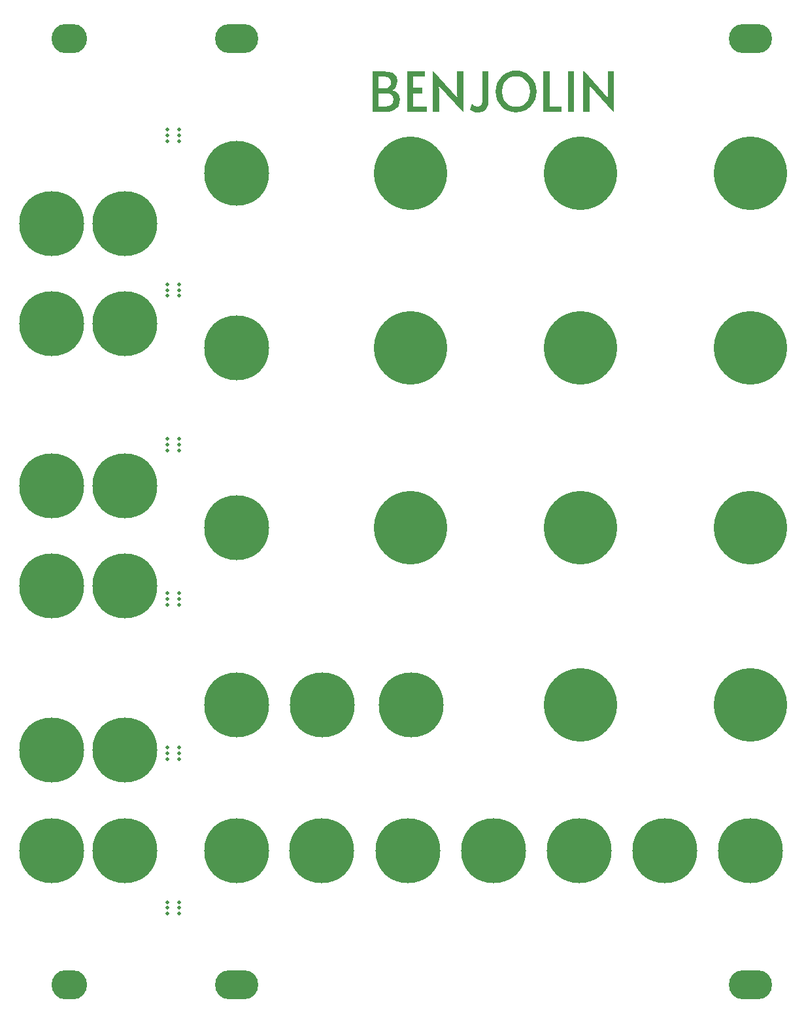
<source format=gbr>
%TF.GenerationSoftware,KiCad,Pcbnew,(6.0.7-1)-1*%
%TF.CreationDate,2022-09-24T04:55:17+07:00*%
%TF.ProjectId,benjolin_1.6_panel,62656e6a-6f6c-4696-9e5f-312e365f7061,rev?*%
%TF.SameCoordinates,Original*%
%TF.FileFunction,Soldermask,Top*%
%TF.FilePolarity,Negative*%
%FSLAX46Y46*%
G04 Gerber Fmt 4.6, Leading zero omitted, Abs format (unit mm)*
G04 Created by KiCad (PCBNEW (6.0.7-1)-1) date 2022-09-24 04:55:17*
%MOMM*%
%LPD*%
G01*
G04 APERTURE LIST*
%ADD10C,0.500000*%
%ADD11C,9.500000*%
%ADD12C,8.400000*%
%ADD13O,5.600000X3.800000*%
%ADD14O,4.600000X3.800000*%
G04 APERTURE END LIST*
%TO.C,kibuzzard-632DCB52*%
G36*
X83054225Y-38024863D02*
G01*
X82639491Y-37840316D01*
X82264444Y-37587507D01*
X81944166Y-37271991D01*
X81678656Y-36893769D01*
X81480219Y-36461969D01*
X81361156Y-35985719D01*
X81322014Y-35472163D01*
X82171575Y-35472163D01*
X82232297Y-36049914D01*
X82414462Y-36540154D01*
X82699320Y-36933060D01*
X83068116Y-37218810D01*
X83495848Y-37392939D01*
X83957512Y-37450982D01*
X84429000Y-37392939D01*
X84857625Y-37218810D01*
X85222849Y-36933060D01*
X85504134Y-36540154D01*
X85683621Y-36049914D01*
X85743450Y-35472163D01*
X85683621Y-34889054D01*
X85504134Y-34397028D01*
X85223742Y-34005015D01*
X84861197Y-33721944D01*
X84433465Y-33550494D01*
X83957512Y-33493344D01*
X83480667Y-33550494D01*
X83050256Y-33721944D01*
X82685925Y-34005015D01*
X82407319Y-34397028D01*
X82230511Y-34889054D01*
X82171575Y-35472163D01*
X81322014Y-35472163D01*
X81321469Y-35465019D01*
X81361156Y-34940747D01*
X81480219Y-34463307D01*
X81678656Y-34032697D01*
X81944166Y-33656857D01*
X82264444Y-33343722D01*
X82639491Y-33093294D01*
X83054225Y-32910732D01*
X83493566Y-32801194D01*
X83957512Y-32764682D01*
X84421459Y-32801194D01*
X84860800Y-32910732D01*
X85275534Y-33093294D01*
X85650581Y-33343722D01*
X85970859Y-33656857D01*
X86236369Y-34032697D01*
X86434806Y-34463307D01*
X86553869Y-34940747D01*
X86593556Y-35465019D01*
X86553869Y-35985719D01*
X86434806Y-36461969D01*
X86236369Y-36893769D01*
X85970859Y-37271991D01*
X85650581Y-37587507D01*
X85275534Y-37840316D01*
X84860800Y-38024863D01*
X84421459Y-38135591D01*
X83957512Y-38172500D01*
X83493566Y-38135591D01*
X83054225Y-38024863D01*
G37*
G36*
X95859000Y-36286550D02*
G01*
X95830425Y-35686475D01*
X95830425Y-32850407D01*
X96630525Y-32850407D01*
X96630525Y-38101063D01*
X96523369Y-38101063D01*
X93451556Y-34700638D01*
X93472987Y-35272138D01*
X93472987Y-38101063D01*
X92672887Y-38101063D01*
X92672887Y-32843263D01*
X92772900Y-32843263D01*
X95859000Y-36286550D01*
G37*
G36*
X76363706Y-36286550D02*
G01*
X76335131Y-35686475D01*
X76335131Y-32850407D01*
X77135231Y-32850407D01*
X77135231Y-38101063D01*
X77028075Y-38101063D01*
X73956262Y-34700638D01*
X73977694Y-35272138D01*
X73977694Y-38101063D01*
X73177594Y-38101063D01*
X73177594Y-32843263D01*
X73277606Y-32843263D01*
X76363706Y-36286550D01*
G37*
G36*
X66869662Y-38101063D02*
G01*
X65369475Y-38101063D01*
X65369475Y-35715050D01*
X66155287Y-35715050D01*
X66155287Y-37429550D01*
X66976819Y-37429550D01*
X67520637Y-37364364D01*
X67851928Y-37168804D01*
X68020699Y-36873231D01*
X68076956Y-36508007D01*
X68012662Y-36172250D01*
X67819781Y-35922219D01*
X67496527Y-35766843D01*
X67041112Y-35715050D01*
X66155287Y-35715050D01*
X65369475Y-35715050D01*
X65369475Y-35079257D01*
X66155287Y-35079257D01*
X66833944Y-35079257D01*
X67267927Y-35017642D01*
X67555462Y-34832797D01*
X67716197Y-34553298D01*
X67769775Y-34207719D01*
X67661825Y-33830688D01*
X67337975Y-33604469D01*
X66798225Y-33529063D01*
X66155287Y-33529063D01*
X66155287Y-35079257D01*
X65369475Y-35079257D01*
X65369475Y-32850407D01*
X66705356Y-32850407D01*
X67373694Y-32892475D01*
X67873756Y-33018682D01*
X68205544Y-33229025D01*
X68484150Y-33646935D01*
X68577019Y-34143425D01*
X68537728Y-34490790D01*
X68419856Y-34818510D01*
X68216259Y-35096223D01*
X67919794Y-35293569D01*
X68360027Y-35470377D01*
X68666316Y-35743625D01*
X68845802Y-36093669D01*
X68905631Y-36500863D01*
X68869913Y-36929488D01*
X68762756Y-37300963D01*
X68543086Y-37615288D01*
X68169825Y-37872463D01*
X67825337Y-37999463D01*
X67391950Y-38075663D01*
X66976819Y-38095852D01*
X66869662Y-38101063D01*
G37*
G36*
X80378494Y-36650882D02*
G01*
X80338409Y-37135466D01*
X80218156Y-37522419D01*
X80017734Y-37811741D01*
X79600718Y-38082311D01*
X79071187Y-38172500D01*
X78769364Y-38153748D01*
X78463969Y-38097491D01*
X77949619Y-37843888D01*
X78271087Y-37108082D01*
X78560409Y-37333110D01*
X78956887Y-37408119D01*
X79314075Y-37329538D01*
X79517672Y-37043788D01*
X79568571Y-36791971D01*
X79585537Y-36450857D01*
X79585537Y-32850407D01*
X80378494Y-32850407D01*
X80378494Y-36650882D01*
G37*
G36*
X72134606Y-33550494D02*
G01*
X70627275Y-33550494D01*
X70627275Y-35000675D01*
X71841712Y-35000675D01*
X71841712Y-35715050D01*
X70627275Y-35715050D01*
X70627275Y-37393832D01*
X72370350Y-37393832D01*
X72370350Y-38101063D01*
X69834319Y-38101063D01*
X69834319Y-32850407D01*
X72134606Y-32850407D01*
X72134606Y-33550494D01*
G37*
G36*
X88293769Y-37386688D02*
G01*
X89801100Y-37386688D01*
X89801100Y-38101063D01*
X87486525Y-38101063D01*
X87486525Y-32850407D01*
X88293769Y-32850407D01*
X88293769Y-37386688D01*
G37*
G36*
X91465594Y-38101063D02*
G01*
X90665494Y-38101063D01*
X90665494Y-32850407D01*
X91465594Y-32850407D01*
X91465594Y-38101063D01*
G37*
%TD*%
D10*
%TO.C,mouse-bite-2mm-slot*%
X40300000Y-41925000D03*
X38800000Y-40425000D03*
X40300000Y-40425000D03*
X38800000Y-41925000D03*
X38800000Y-41175000D03*
X40300000Y-41175000D03*
%TD*%
%TO.C,mouse-bite-2mm-slot*%
X40300000Y-61925000D03*
X38800000Y-60425000D03*
X40300000Y-60425000D03*
X38800000Y-61925000D03*
X38800000Y-61175000D03*
X40300000Y-61175000D03*
%TD*%
%TO.C,mouse-bite-2mm-slot*%
X40300000Y-81925000D03*
X38800000Y-80425000D03*
X40300000Y-80425000D03*
X38800000Y-81925000D03*
X38800000Y-81175000D03*
X40300000Y-81175000D03*
%TD*%
%TO.C,mouse-bite-2mm-slot*%
X40300000Y-101925000D03*
X38800000Y-100425000D03*
X40300000Y-100425000D03*
X38800000Y-101925000D03*
X38800000Y-101175000D03*
X40300000Y-101175000D03*
%TD*%
%TO.C,mouse-bite-2mm-slot*%
X40300000Y-121925000D03*
X38800000Y-120425000D03*
X40300000Y-120425000D03*
X38800000Y-121925000D03*
X38800000Y-121175000D03*
X40300000Y-121175000D03*
%TD*%
%TO.C,mouse-bite-2mm-slot*%
X40300000Y-141175000D03*
X38800000Y-141175000D03*
X38800000Y-141925000D03*
X40300000Y-140425000D03*
X38800000Y-140425000D03*
X40300000Y-141925000D03*
%TD*%
D11*
%TO.C,REF\u002A\u002A*%
X70303291Y-68650000D03*
%TD*%
D12*
%TO.C,H2*%
X33300000Y-52550000D03*
%TD*%
D11*
%TO.C,REF\u002A\u002A*%
X92290079Y-68650000D03*
%TD*%
%TO.C,REF\u002A\u002A*%
X114279479Y-68650000D03*
%TD*%
D13*
%TO.C,*%
X47726000Y-151150000D03*
%TD*%
D12*
%TO.C,H2*%
X114279479Y-133749661D03*
%TD*%
%TO.C,H2*%
X58810521Y-133750000D03*
%TD*%
%TO.C,H2*%
X33300000Y-120750000D03*
%TD*%
D11*
%TO.C,REF\u002A\u002A*%
X92290079Y-91929918D03*
%TD*%
D12*
%TO.C,H6*%
X23800000Y-86500000D03*
%TD*%
%TO.C,H2*%
X23800000Y-65550000D03*
%TD*%
D11*
%TO.C,REF\u002A\u002A*%
X70303291Y-91929918D03*
%TD*%
D12*
%TO.C,H2*%
X23800000Y-52550000D03*
%TD*%
%TO.C,H2*%
X33300000Y-86500000D03*
%TD*%
D14*
%TO.C,H1*%
X26050000Y-28650000D03*
%TD*%
D12*
%TO.C,H2*%
X92090521Y-133749661D03*
%TD*%
%TO.C,H2*%
X47726000Y-133750000D03*
%TD*%
%TO.C,H2*%
X23800000Y-99500000D03*
%TD*%
%TO.C,H2*%
X69908668Y-133749661D03*
%TD*%
%TO.C,H6*%
X33300000Y-133750000D03*
%TD*%
D11*
%TO.C,REF\u002A\u002A*%
X92290079Y-46030082D03*
%TD*%
D12*
%TO.C,H2*%
X81000521Y-133750000D03*
%TD*%
D14*
%TO.C,H14*%
X26050000Y-151150000D03*
%TD*%
D13*
%TO.C,*%
X114279479Y-28650000D03*
%TD*%
D12*
%TO.C,H2*%
X33300000Y-65550000D03*
%TD*%
%TO.C,H2*%
X47726000Y-91929918D03*
%TD*%
D13*
%TO.C,*%
X114279479Y-151150000D03*
%TD*%
D11*
%TO.C,REF\u002A\u002A*%
X114279479Y-114918361D03*
%TD*%
D12*
%TO.C,H2*%
X47726000Y-68650000D03*
%TD*%
D11*
%TO.C,REF\u002A\u002A*%
X70303291Y-46030082D03*
%TD*%
D12*
%TO.C,H2*%
X70342579Y-114918361D03*
%TD*%
%TO.C,H2*%
X47742272Y-46030082D03*
%TD*%
D11*
%TO.C,REF\u002A\u002A*%
X92290079Y-114918361D03*
%TD*%
D12*
%TO.C,H2*%
X23800000Y-120750000D03*
%TD*%
%TO.C,H6*%
X23800000Y-133750000D03*
%TD*%
%TO.C,H2*%
X33300000Y-99500000D03*
%TD*%
%TO.C,H2*%
X58816000Y-114918361D03*
%TD*%
D11*
%TO.C,REF\u002A\u002A*%
X114279479Y-91929918D03*
%TD*%
D13*
%TO.C,*%
X47726000Y-28650000D03*
%TD*%
D12*
%TO.C,H2*%
X47731479Y-114900000D03*
%TD*%
D11*
%TO.C,REF\u002A\u002A*%
X114279479Y-46030082D03*
%TD*%
D12*
%TO.C,H2*%
X103182667Y-133749661D03*
%TD*%
M02*

</source>
